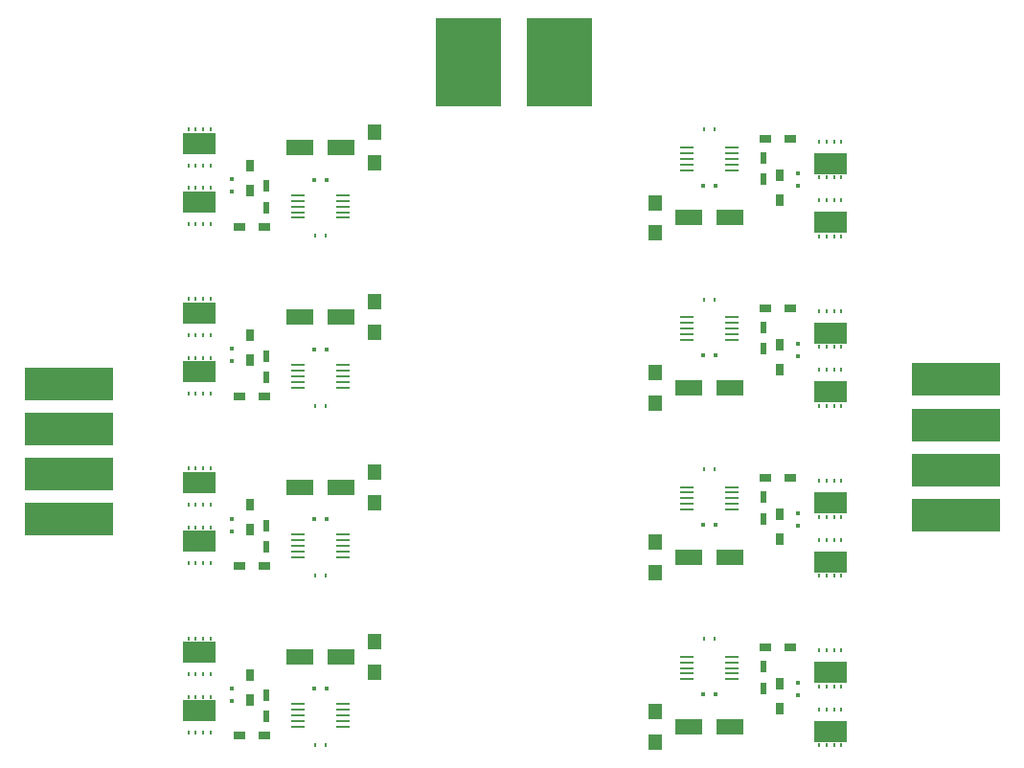
<source format=gtp>
G04 #@! TF.GenerationSoftware,KiCad,Pcbnew,5.0.1*
G04 #@! TF.CreationDate,2018-12-04T22:41:10-05:00*
G04 #@! TF.ProjectId,peripherals,7065726970686572616C732E6B696361,rev?*
G04 #@! TF.SameCoordinates,Original*
G04 #@! TF.FileFunction,Paste,Top*
G04 #@! TF.FilePolarity,Positive*
%FSLAX46Y46*%
G04 Gerber Fmt 4.6, Leading zero omitted, Abs format (unit mm)*
G04 Created by KiCad (PCBNEW 5.0.1) date Tue 04 Dec 2018 10:41:10 PM EST*
%MOMM*%
%LPD*%
G01*
G04 APERTURE LIST*
%ADD10R,2.447600X1.447600*%
%ADD11R,0.447600X0.347600*%
%ADD12R,0.347600X0.447600*%
%ADD13R,0.597600X1.047600*%
%ADD14R,0.247600X0.447600*%
%ADD15R,0.747600X1.047600*%
%ADD16R,1.047600X0.747600*%
%ADD17R,1.147600X1.347600*%
%ADD18R,5.847600X7.847600*%
%ADD19R,7.847600X2.847600*%
%ADD20R,1.197600X0.147600*%
%ADD21R,2.847600X1.847600*%
%ADD22R,0.277600X0.297600*%
%ADD23R,0.277600X0.447600*%
G04 APERTURE END LIST*
D10*
G04 #@! TO.C,C701*
X97724999Y-96594999D03*
X94124999Y-96594999D03*
G04 #@! TD*
G04 #@! TO.C,C601*
X97724999Y-111594999D03*
X94124999Y-111594999D03*
G04 #@! TD*
G04 #@! TO.C,C801*
X97724999Y-81594999D03*
X94124999Y-81594999D03*
G04 #@! TD*
G04 #@! TO.C,C201*
X59725001Y-75405001D03*
X63325001Y-75405001D03*
G04 #@! TD*
G04 #@! TO.C,C501*
X59725001Y-105405001D03*
X63325001Y-105405001D03*
G04 #@! TD*
G04 #@! TO.C,C901*
X97724999Y-66594999D03*
X94124999Y-66594999D03*
G04 #@! TD*
G04 #@! TO.C,C401*
X59725001Y-90405001D03*
X63325001Y-90405001D03*
G04 #@! TD*
G04 #@! TO.C,C301*
X59725001Y-60405001D03*
X63325001Y-60405001D03*
G04 #@! TD*
D11*
G04 #@! TO.C,C602*
X96450000Y-108750000D03*
X95350000Y-108750000D03*
G04 #@! TD*
G04 #@! TO.C,C202*
X61000000Y-78250000D03*
X62100000Y-78250000D03*
G04 #@! TD*
D12*
G04 #@! TO.C,C205*
X53700000Y-78200000D03*
X53700000Y-79300000D03*
G04 #@! TD*
G04 #@! TO.C,C705*
X103750000Y-93800000D03*
X103750000Y-92700000D03*
G04 #@! TD*
G04 #@! TO.C,C605*
X103750000Y-108800000D03*
X103750000Y-107700000D03*
G04 #@! TD*
G04 #@! TO.C,C505*
X53700000Y-108200000D03*
X53700000Y-109300000D03*
G04 #@! TD*
D11*
G04 #@! TO.C,C502*
X61000000Y-108250000D03*
X62100000Y-108250000D03*
G04 #@! TD*
D12*
G04 #@! TO.C,C405*
X53700000Y-93200000D03*
X53700000Y-94300000D03*
G04 #@! TD*
D11*
G04 #@! TO.C,C402*
X61000000Y-93250000D03*
X62100000Y-93250000D03*
G04 #@! TD*
D12*
G04 #@! TO.C,C305*
X53700000Y-63200000D03*
X53700000Y-64300000D03*
G04 #@! TD*
G04 #@! TO.C,C905*
X103750000Y-63800000D03*
X103750000Y-62700000D03*
G04 #@! TD*
D11*
G04 #@! TO.C,C902*
X96450000Y-63750000D03*
X95350000Y-63750000D03*
G04 #@! TD*
D12*
G04 #@! TO.C,C805*
X103750000Y-78800000D03*
X103750000Y-77700000D03*
G04 #@! TD*
D11*
G04 #@! TO.C,C802*
X96450000Y-78750000D03*
X95350000Y-78750000D03*
G04 #@! TD*
G04 #@! TO.C,C702*
X96450000Y-93750000D03*
X95350000Y-93750000D03*
G04 #@! TD*
G04 #@! TO.C,C302*
X61000000Y-63250000D03*
X62100000Y-63250000D03*
G04 #@! TD*
D13*
G04 #@! TO.C,C806*
X100700000Y-78200000D03*
X100700000Y-76300000D03*
G04 #@! TD*
G04 #@! TO.C,C306*
X56750000Y-63800000D03*
X56750000Y-65700000D03*
G04 #@! TD*
G04 #@! TO.C,C406*
X56750000Y-93800000D03*
X56750000Y-95700000D03*
G04 #@! TD*
G04 #@! TO.C,C706*
X100700000Y-93200000D03*
X100700000Y-91300000D03*
G04 #@! TD*
G04 #@! TO.C,C206*
X56750000Y-78800000D03*
X56750000Y-80700000D03*
G04 #@! TD*
G04 #@! TO.C,C606*
X100700000Y-108200000D03*
X100700000Y-106300000D03*
G04 #@! TD*
G04 #@! TO.C,C506*
X56750000Y-108800000D03*
X56750000Y-110700000D03*
G04 #@! TD*
G04 #@! TO.C,C906*
X100700000Y-63200000D03*
X100700000Y-61300000D03*
G04 #@! TD*
D14*
G04 #@! TO.C,R402*
X62000000Y-98200000D03*
X61100000Y-98200000D03*
G04 #@! TD*
G04 #@! TO.C,R602*
X95450000Y-103800000D03*
X96350000Y-103800000D03*
G04 #@! TD*
G04 #@! TO.C,R202*
X62000000Y-83200000D03*
X61100000Y-83200000D03*
G04 #@! TD*
G04 #@! TO.C,R302*
X62000000Y-68200000D03*
X61100000Y-68200000D03*
G04 #@! TD*
G04 #@! TO.C,R502*
X62000000Y-113200000D03*
X61100000Y-113200000D03*
G04 #@! TD*
G04 #@! TO.C,R702*
X95450000Y-88800000D03*
X96350000Y-88800000D03*
G04 #@! TD*
G04 #@! TO.C,R802*
X95450000Y-73800000D03*
X96350000Y-73800000D03*
G04 #@! TD*
G04 #@! TO.C,R902*
X95450000Y-58800000D03*
X96350000Y-58800000D03*
G04 #@! TD*
D15*
G04 #@! TO.C,R401*
X55300000Y-94200000D03*
X55300000Y-92000000D03*
G04 #@! TD*
D16*
G04 #@! TO.C,R303*
X56600000Y-67400000D03*
X54400000Y-67400000D03*
G04 #@! TD*
D15*
G04 #@! TO.C,R301*
X55300000Y-64200000D03*
X55300000Y-62000000D03*
G04 #@! TD*
G04 #@! TO.C,R801*
X102150000Y-77800000D03*
X102150000Y-80000000D03*
G04 #@! TD*
D16*
G04 #@! TO.C,R203*
X56600000Y-82400000D03*
X54400000Y-82400000D03*
G04 #@! TD*
D15*
G04 #@! TO.C,R201*
X55300000Y-79200000D03*
X55300000Y-77000000D03*
G04 #@! TD*
D16*
G04 #@! TO.C,R903*
X100850000Y-59600000D03*
X103050000Y-59600000D03*
G04 #@! TD*
D15*
G04 #@! TO.C,R901*
X102150000Y-62800000D03*
X102150000Y-65000000D03*
G04 #@! TD*
D16*
G04 #@! TO.C,R403*
X56600000Y-97400000D03*
X54400000Y-97400000D03*
G04 #@! TD*
D15*
G04 #@! TO.C,R501*
X55300000Y-109200000D03*
X55300000Y-107000000D03*
G04 #@! TD*
D16*
G04 #@! TO.C,R503*
X56600000Y-112400000D03*
X54400000Y-112400000D03*
G04 #@! TD*
D15*
G04 #@! TO.C,R601*
X102150000Y-107800000D03*
X102150000Y-110000000D03*
G04 #@! TD*
D16*
G04 #@! TO.C,R603*
X100850000Y-104600000D03*
X103050000Y-104600000D03*
G04 #@! TD*
D15*
G04 #@! TO.C,R701*
X102150000Y-92800000D03*
X102150000Y-95000000D03*
G04 #@! TD*
D16*
G04 #@! TO.C,R703*
X100850000Y-89600000D03*
X103050000Y-89600000D03*
G04 #@! TD*
G04 #@! TO.C,R803*
X100850000Y-74600000D03*
X103050000Y-74600000D03*
G04 #@! TD*
D17*
G04 #@! TO.C,L601*
X91100000Y-110250000D03*
X91100000Y-112950000D03*
G04 #@! TD*
G04 #@! TO.C,L201*
X66350000Y-76750000D03*
X66350000Y-74050000D03*
G04 #@! TD*
G04 #@! TO.C,L301*
X66350000Y-61750000D03*
X66350000Y-59050000D03*
G04 #@! TD*
G04 #@! TO.C,L501*
X66350000Y-106750000D03*
X66350000Y-104050000D03*
G04 #@! TD*
G04 #@! TO.C,L701*
X91100000Y-95250000D03*
X91100000Y-97950000D03*
G04 #@! TD*
G04 #@! TO.C,L401*
X66350000Y-91750000D03*
X66350000Y-89050000D03*
G04 #@! TD*
G04 #@! TO.C,L801*
X91100000Y-80250000D03*
X91100000Y-82950000D03*
G04 #@! TD*
G04 #@! TO.C,L901*
X91100000Y-65250000D03*
X91100000Y-67950000D03*
G04 #@! TD*
D18*
G04 #@! TO.C,BT101*
X82650000Y-52850000D03*
X74650000Y-52850000D03*
G04 #@! TD*
D19*
G04 #@! TO.C,J103*
X117700000Y-84900000D03*
X117700000Y-92900000D03*
X117700000Y-88900000D03*
X117700000Y-80900000D03*
G04 #@! TD*
G04 #@! TO.C,J104*
X39300000Y-89250000D03*
X39300000Y-81250000D03*
X39300000Y-85250000D03*
X39300000Y-93250000D03*
G04 #@! TD*
D20*
G04 #@! TO.C,U401*
X63525000Y-94600000D03*
X63525000Y-95100000D03*
X63525000Y-95600000D03*
X63525000Y-96100000D03*
X63525000Y-96600000D03*
X59575000Y-96600000D03*
X59575000Y-96100000D03*
X59575000Y-95600000D03*
X59575000Y-95100000D03*
X59575000Y-94600000D03*
G04 #@! TD*
G04 #@! TO.C,U901*
X93925000Y-62400000D03*
X93925000Y-61900000D03*
X93925000Y-61400000D03*
X93925000Y-60900000D03*
X93925000Y-60400000D03*
X97875000Y-60400000D03*
X97875000Y-60900000D03*
X97875000Y-61400000D03*
X97875000Y-61900000D03*
X97875000Y-62400000D03*
G04 #@! TD*
G04 #@! TO.C,U201*
X63525000Y-79600000D03*
X63525000Y-80100000D03*
X63525000Y-80600000D03*
X63525000Y-81100000D03*
X63525000Y-81600000D03*
X59575000Y-81600000D03*
X59575000Y-81100000D03*
X59575000Y-80600000D03*
X59575000Y-80100000D03*
X59575000Y-79600000D03*
G04 #@! TD*
G04 #@! TO.C,U301*
X63525000Y-64600000D03*
X63525000Y-65100000D03*
X63525000Y-65600000D03*
X63525000Y-66100000D03*
X63525000Y-66600000D03*
X59575000Y-66600000D03*
X59575000Y-66100000D03*
X59575000Y-65600000D03*
X59575000Y-65100000D03*
X59575000Y-64600000D03*
G04 #@! TD*
G04 #@! TO.C,U501*
X63525000Y-109600000D03*
X63525000Y-110100000D03*
X63525000Y-110600000D03*
X63525000Y-111100000D03*
X63525000Y-111600000D03*
X59575000Y-111600000D03*
X59575000Y-111100000D03*
X59575000Y-110600000D03*
X59575000Y-110100000D03*
X59575000Y-109600000D03*
G04 #@! TD*
G04 #@! TO.C,U601*
X93925000Y-107400000D03*
X93925000Y-106900000D03*
X93925000Y-106400000D03*
X93925000Y-105900000D03*
X93925000Y-105400000D03*
X97875000Y-105400000D03*
X97875000Y-105900000D03*
X97875000Y-106400000D03*
X97875000Y-106900000D03*
X97875000Y-107400000D03*
G04 #@! TD*
G04 #@! TO.C,U701*
X93925000Y-92400000D03*
X93925000Y-91900000D03*
X93925000Y-91400000D03*
X93925000Y-90900000D03*
X93925000Y-90400000D03*
X97875000Y-90400000D03*
X97875000Y-90900000D03*
X97875000Y-91400000D03*
X97875000Y-91900000D03*
X97875000Y-92400000D03*
G04 #@! TD*
G04 #@! TO.C,U801*
X93925000Y-77400000D03*
X93925000Y-76900000D03*
X93925000Y-76400000D03*
X93925000Y-75900000D03*
X93925000Y-75400000D03*
X97875000Y-75400000D03*
X97875000Y-75900000D03*
X97875000Y-76400000D03*
X97875000Y-76900000D03*
X97875000Y-77400000D03*
G04 #@! TD*
D21*
G04 #@! TO.C,Q502*
X50850000Y-110200000D03*
D22*
X49875000Y-108975000D03*
X50525000Y-108975000D03*
X51175000Y-108975000D03*
X51825000Y-108975000D03*
D23*
X51825000Y-112150000D03*
X51175000Y-112150000D03*
X50525000Y-112150000D03*
X49875000Y-112150000D03*
G04 #@! TD*
D21*
G04 #@! TO.C,Q202*
X50850000Y-80200000D03*
D22*
X49875000Y-78975000D03*
X50525000Y-78975000D03*
X51175000Y-78975000D03*
X51825000Y-78975000D03*
D23*
X51825000Y-82150000D03*
X51175000Y-82150000D03*
X50525000Y-82150000D03*
X49875000Y-82150000D03*
G04 #@! TD*
G04 #@! TO.C,Q301*
X49875000Y-61950000D03*
X50525000Y-61950000D03*
X51175000Y-61950000D03*
X51825000Y-61950000D03*
D22*
X51825000Y-58775000D03*
X51175000Y-58775000D03*
X50525000Y-58775000D03*
X49875000Y-58775000D03*
D21*
X50850000Y-60000000D03*
G04 #@! TD*
G04 #@! TO.C,Q302*
X50850000Y-65200000D03*
D22*
X49875000Y-63975000D03*
X50525000Y-63975000D03*
X51175000Y-63975000D03*
X51825000Y-63975000D03*
D23*
X51825000Y-67150000D03*
X51175000Y-67150000D03*
X50525000Y-67150000D03*
X49875000Y-67150000D03*
G04 #@! TD*
G04 #@! TO.C,Q401*
X49875000Y-91950000D03*
X50525000Y-91950000D03*
X51175000Y-91950000D03*
X51825000Y-91950000D03*
D22*
X51825000Y-88775000D03*
X51175000Y-88775000D03*
X50525000Y-88775000D03*
X49875000Y-88775000D03*
D21*
X50850000Y-90000000D03*
G04 #@! TD*
G04 #@! TO.C,Q402*
X50850000Y-95200000D03*
D22*
X49875000Y-93975000D03*
X50525000Y-93975000D03*
X51175000Y-93975000D03*
X51825000Y-93975000D03*
D23*
X51825000Y-97150000D03*
X51175000Y-97150000D03*
X50525000Y-97150000D03*
X49875000Y-97150000D03*
G04 #@! TD*
G04 #@! TO.C,Q501*
X49875000Y-106950000D03*
X50525000Y-106950000D03*
X51175000Y-106950000D03*
X51825000Y-106950000D03*
D22*
X51825000Y-103775000D03*
X51175000Y-103775000D03*
X50525000Y-103775000D03*
X49875000Y-103775000D03*
D21*
X50850000Y-105000000D03*
G04 #@! TD*
D23*
G04 #@! TO.C,Q601*
X107575000Y-110050000D03*
X106925000Y-110050000D03*
X106275000Y-110050000D03*
X105625000Y-110050000D03*
D22*
X105625000Y-113225000D03*
X106275000Y-113225000D03*
X106925000Y-113225000D03*
X107575000Y-113225000D03*
D21*
X106600000Y-112000000D03*
G04 #@! TD*
G04 #@! TO.C,Q602*
X106600000Y-106800000D03*
D22*
X107575000Y-108025000D03*
X106925000Y-108025000D03*
X106275000Y-108025000D03*
X105625000Y-108025000D03*
D23*
X105625000Y-104850000D03*
X106275000Y-104850000D03*
X106925000Y-104850000D03*
X107575000Y-104850000D03*
G04 #@! TD*
G04 #@! TO.C,Q701*
X107575000Y-95050000D03*
X106925000Y-95050000D03*
X106275000Y-95050000D03*
X105625000Y-95050000D03*
D22*
X105625000Y-98225000D03*
X106275000Y-98225000D03*
X106925000Y-98225000D03*
X107575000Y-98225000D03*
D21*
X106600000Y-97000000D03*
G04 #@! TD*
D23*
G04 #@! TO.C,Q801*
X107575000Y-80050000D03*
X106925000Y-80050000D03*
X106275000Y-80050000D03*
X105625000Y-80050000D03*
D22*
X105625000Y-83225000D03*
X106275000Y-83225000D03*
X106925000Y-83225000D03*
X107575000Y-83225000D03*
D21*
X106600000Y-82000000D03*
G04 #@! TD*
G04 #@! TO.C,Q802*
X106600000Y-76800000D03*
D22*
X107575000Y-78025000D03*
X106925000Y-78025000D03*
X106275000Y-78025000D03*
X105625000Y-78025000D03*
D23*
X105625000Y-74850000D03*
X106275000Y-74850000D03*
X106925000Y-74850000D03*
X107575000Y-74850000D03*
G04 #@! TD*
G04 #@! TO.C,Q901*
X107575000Y-65050000D03*
X106925000Y-65050000D03*
X106275000Y-65050000D03*
X105625000Y-65050000D03*
D22*
X105625000Y-68225000D03*
X106275000Y-68225000D03*
X106925000Y-68225000D03*
X107575000Y-68225000D03*
D21*
X106600000Y-67000000D03*
G04 #@! TD*
G04 #@! TO.C,Q902*
X106600000Y-61800000D03*
D22*
X107575000Y-63025000D03*
X106925000Y-63025000D03*
X106275000Y-63025000D03*
X105625000Y-63025000D03*
D23*
X105625000Y-59850000D03*
X106275000Y-59850000D03*
X106925000Y-59850000D03*
X107575000Y-59850000D03*
G04 #@! TD*
D21*
G04 #@! TO.C,Q702*
X106600000Y-91800000D03*
D22*
X107575000Y-93025000D03*
X106925000Y-93025000D03*
X106275000Y-93025000D03*
X105625000Y-93025000D03*
D23*
X105625000Y-89850000D03*
X106275000Y-89850000D03*
X106925000Y-89850000D03*
X107575000Y-89850000D03*
G04 #@! TD*
G04 #@! TO.C,Q201*
X49875000Y-76950000D03*
X50525000Y-76950000D03*
X51175000Y-76950000D03*
X51825000Y-76950000D03*
D22*
X51825000Y-73775000D03*
X51175000Y-73775000D03*
X50525000Y-73775000D03*
X49875000Y-73775000D03*
D21*
X50850000Y-75000000D03*
G04 #@! TD*
M02*

</source>
